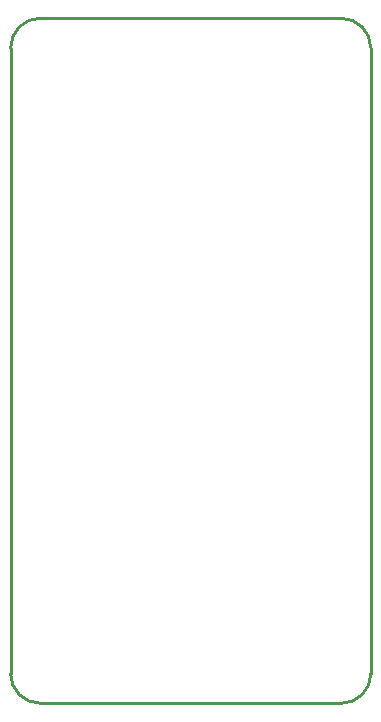
<source format=gko>
G04*
G04 #@! TF.GenerationSoftware,Altium Limited,Altium Designer,22.8.2 (66)*
G04*
G04 Layer_Color=16711935*
%FSLAX25Y25*%
%MOIN*%
G70*
G04*
G04 #@! TF.SameCoordinates,FBB38BD8-B248-4C14-88E0-E7BD1AE39475*
G04*
G04*
G04 #@! TF.FilePolarity,Positive*
G04*
G01*
G75*
%ADD20C,0.01000*%
D20*
X110236Y0D02*
G03*
X120079Y9843I0J9843D01*
G01*
Y218504D02*
G03*
X110236Y228346I-9843J0D01*
G01*
X9843D02*
G03*
X0Y218504I0J-9843D01*
G01*
Y9843D02*
G03*
X9843Y0I9843J0D01*
G01*
X0Y9843D02*
Y218504D01*
X9843Y0D02*
X110236D01*
X9843Y228346D02*
X110236D01*
X120079Y9843D02*
Y218504D01*
M02*

</source>
